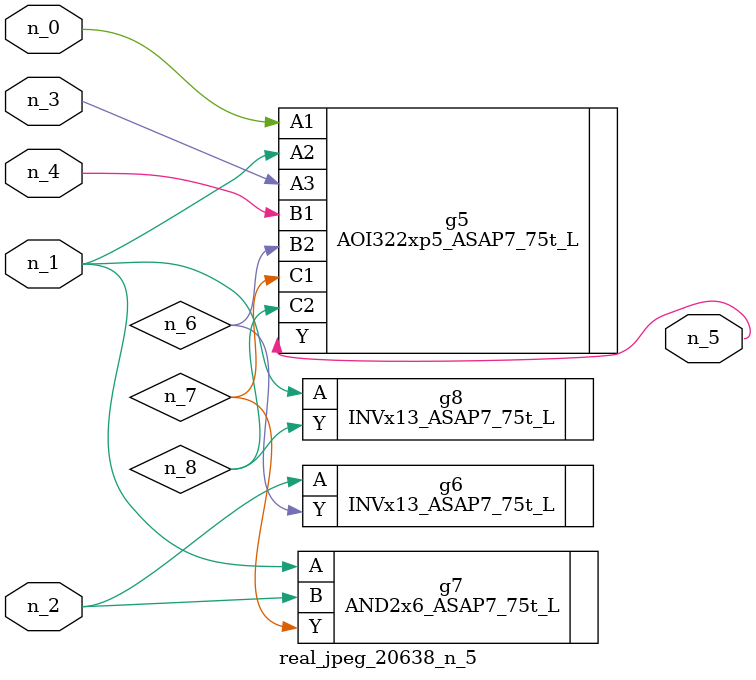
<source format=v>
module real_jpeg_20638_n_5 (n_4, n_0, n_1, n_2, n_3, n_5);

input n_4;
input n_0;
input n_1;
input n_2;
input n_3;

output n_5;

wire n_8;
wire n_6;
wire n_7;

AOI322xp5_ASAP7_75t_L g5 ( 
.A1(n_0),
.A2(n_1),
.A3(n_3),
.B1(n_4),
.B2(n_6),
.C1(n_7),
.C2(n_8),
.Y(n_5)
);

AND2x6_ASAP7_75t_L g7 ( 
.A(n_1),
.B(n_2),
.Y(n_7)
);

INVx13_ASAP7_75t_L g8 ( 
.A(n_1),
.Y(n_8)
);

INVx13_ASAP7_75t_L g6 ( 
.A(n_2),
.Y(n_6)
);


endmodule
</source>
